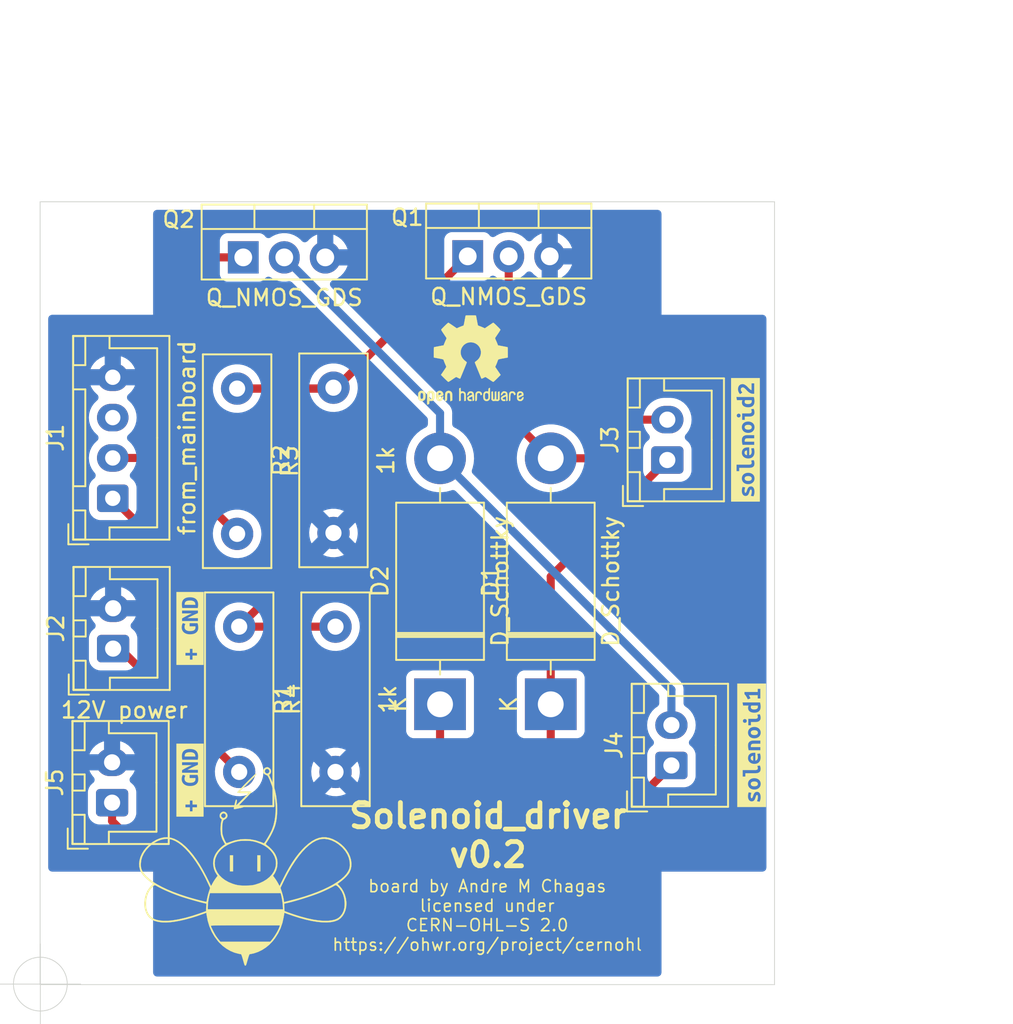
<source format=kicad_pcb>
(kicad_pcb (version 20211014) (generator pcbnew)
  (layers (0 "F.Cu" signal) (31 "B.Cu" signal) (34 "B.Paste" user) (35 "F.Paste" user) (36 "B.SilkS" user "B.Silkscreen") (37 "F.SilkS" user "F.Silkscreen") (38 "B.Mask" user) (39 "F.Mask" user) (44 "Edge.Cuts" user))
  (net 0 "")
  (net 1 "GND")
  (net 2 "+5V")
  (net 3 "+12V")
  (net 4 "Net-(D1-Pad2)")
  (net 5 "Net-(D2-Pad2)")
  (net 6 "solenoid2")
  (net 7 "solenoid1")
  (net 8 "Net-(Q1-Pad1)")
  (net 9 "Net-(Q2-Pad1)")
  (footprint "MountingHole:MountingHole_3.2mm_M3_DIN965" (layer "F.Cu") (at 115.5 84)
    (fp_text reference "REF**" hide)
    (fp_text value "MountingHole_3.2mm_M3_DIN965" hide)
    (pad "" np_thru_hole circle locked (at 0 0) (size 3.2 3.2) (drill 3.2) (layers *.Cu *.Mask))
  )
  (footprint "MountingHole:MountingHole_3.2mm_M3_DIN965" (layer "F.Cu") (at 115.5 125.5)
    (fp_text reference "REF**" hide)
    (fp_text value "MountingHole_3.2mm_M3_DIN965" hide)
    (pad "" np_thru_hole circle locked (at 0 0) (size 3.2 3.2) (drill 3.2) (layers *.Cu *.Mask))
  )
  (footprint "MountingHole:MountingHole_3.2mm_M3_DIN965" (layer "F.Cu") (at 154 84)
    (fp_text reference "REF**" hide)
    (fp_text value "MountingHole_3.2mm_M3_DIN965" hide)
    (pad "" np_thru_hole circle locked (at 0 0) (size 3.2 3.2) (drill 3.2) (layers *.Cu *.Mask))
  )
  (footprint "MountingHole:MountingHole_3.2mm_M3_DIN965" (layer "F.Cu") (at 154 125.5)
    (fp_text reference "REF**" hide)
    (fp_text value "MountingHole_3.2mm_M3_DIN965" hide)
    (pad "" np_thru_hole circle locked (at 0 0) (size 3.2 3.2) (drill 3.2) (layers *.Cu *.Mask))
  )
  (footprint "Connector_JST:JST_XH_B4B-XH-A_1x04_P2.50mm_Vertical" (layer "F.Cu") (at 116.5 98.873 90)
    (fp_text reference "J1" (at 3.75 -3.55 90) (layer "F.SilkS"))
    (fp_text value "from_mainboard" (at 3.75 4.6 90) (layer "F.SilkS"))
    (pad "1" thru_hole roundrect locked (at 0 0 90) (size 1.7 1.95) (drill 0.95) (layers *.Cu *.Mask) (roundrect_rratio 0.1470588235) (net 7 "solenoid1"))
    (pad "2" thru_hole oval locked (at 2.5 0 90) (size 1.7 1.95) (drill 0.95) (layers *.Cu *.Mask) (net 6 "solenoid2"))
    (pad "3" thru_hole oval locked (at 5 0 90) (size 1.7 1.95) (drill 0.95) (layers *.Cu *.Mask) (net 2 "+5V"))
    (pad "4" thru_hole oval locked (at 7.5 0 90) (size 1.7 1.95) (drill 0.95) (layers *.Cu *.Mask) (net 1 "GND"))
  )
  (footprint "Resistor_THT:R_Box_L13.0mm_W4.0mm_P9.00mm" (layer "F.Cu") (at 130.302 115.824 90)
    (fp_text reference "R1" (at 4.5 -3.25 90) (layer "F.SilkS"))
    (fp_text value "1k" (at 4.5 3.25 90) (layer "F.SilkS"))
    (pad "1" thru_hole circle locked (at 0 0 90) (size 2 2) (drill 1) (layers *.Cu *.Mask) (net 1 "GND"))
    (pad "2" thru_hole circle locked (at 9 0 90) (size 2 2) (drill 1) (layers *.Cu *.Mask) (net 9 "Net-(Q2-Pad1)"))
  )
  (footprint "logo-beehive:logo-beehive-13_2х12_3mm" (layer "F.Cu") (at 124.714 121.666)
    (fp_text reference "G***" hide)
    (fp_text value "LOGO" hide)
  )
  (footprint "Symbol:OSHW-Logo2_7.3x6mm_SilkScreen" (layer "F.Cu") (at 138.684 90.297)
    (fp_text reference "REF**" hide)
    (fp_text value "OSHW-Logo2_7.3x6mm_SilkScreen" hide)
  )
  (footprint "Diode_THT:D_DO-201AD_P15.24mm_Horizontal" (layer "F.Cu") (at 143.637 111.633 90)
    (fp_text reference "D1" (at 7.62 -3.72 90) (layer "F.SilkS"))
    (fp_text value "D_Schottky" (at 7.62 3.72 90) (layer "F.SilkS"))
    (fp_text user "K" (at 0 -2.6 90) (layer "F.SilkS"))
    (pad "1" thru_hole rect locked (at 0 0 90) (size 3.2 3.2) (drill 1.6) (layers *.Cu *.Mask) (net 3 "+12V"))
    (pad "2" thru_hole oval locked (at 15.24 0 90) (size 3.2 3.2) (drill 1.6) (layers *.Cu *.Mask) (net 4 "Net-(D1-Pad2)"))
  )
  (footprint "Diode_THT:D_DO-201AD_P15.24mm_Horizontal" (layer "F.Cu") (at 136.779 111.633 90)
    (fp_text reference "D2" (at 7.62 -3.72 90) (layer "F.SilkS"))
    (fp_text value "D_Schottky" (at 7.62 3.72 90) (layer "F.SilkS"))
    (fp_text user "K" (at 0 -2.6 90) (layer "F.SilkS"))
    (pad "1" thru_hole rect locked (at 0 0 90) (size 3.2 3.2) (drill 1.6) (layers *.Cu *.Mask) (net 3 "+12V"))
    (pad "2" thru_hole oval locked (at 15.24 0 90) (size 3.2 3.2) (drill 1.6) (layers *.Cu *.Mask) (net 5 "Net-(D2-Pad2)"))
  )
  (footprint "Connector_JST:JST_XH_B2B-XH-A_1x02_P2.50mm_Vertical" (layer "F.Cu") (at 151.113 115.423 90)
    (fp_text reference "J4" (at 1.25 -3.55 90) (layer "F.SilkS"))
    (fp_text value "to_solenoid1" hide)
    (pad "1" thru_hole roundrect locked (at 0 0 90) (size 1.7 2) (drill 1) (layers *.Cu *.Mask) (roundrect_rratio 0.1470588235) (net 3 "+12V"))
    (pad "2" thru_hole oval locked (at 2.5 0 90) (size 1.7 2) (drill 1) (layers *.Cu *.Mask) (net 5 "Net-(D2-Pad2)"))
  )
  (footprint "Package_TO_SOT_THT:TO-220-3_Vertical" (layer "F.Cu") (at 138.4935 83.8835)
    (fp_text reference "Q1" (at -3.7465 -2.413) (layer "F.SilkS"))
    (fp_text value "Q_NMOS_GDS" (at 2.54 2.5) (layer "F.SilkS"))
    (pad "1" thru_hole rect locked (at 0 0) (size 1.905 2) (drill 1.1) (layers *.Cu *.Mask) (net 8 "Net-(Q1-Pad1)"))
    (pad "2" thru_hole oval locked (at 2.54 0) (size 1.905 2) (drill 1.1) (layers *.Cu *.Mask) (net 4 "Net-(D1-Pad2)"))
    (pad "3" thru_hole oval locked (at 5.08 0) (size 1.905 2) (drill 1.1) (layers *.Cu *.Mask) (net 1 "GND"))
  )
  (footprint "Package_TO_SOT_THT:TO-220-3_Vertical" (layer "F.Cu") (at 124.587 83.947)
    (fp_text reference "Q2" (at -4.0005 -2.3495) (layer "F.SilkS"))
    (fp_text value "Q_NMOS_GDS" (at 2.54 2.5) (layer "F.SilkS"))
    (pad "1" thru_hole rect locked (at 0 0) (size 1.905 2) (drill 1.1) (layers *.Cu *.Mask) (net 9 "Net-(Q2-Pad1)"))
    (pad "2" thru_hole oval locked (at 2.54 0) (size 1.905 2) (drill 1.1) (layers *.Cu *.Mask) (net 5 "Net-(D2-Pad2)"))
    (pad "3" thru_hole oval locked (at 5.08 0) (size 1.905 2) (drill 1.1) (layers *.Cu *.Mask) (net 1 "GND"))
  )
  (footprint "Resistor_THT:R_Box_L13.0mm_W4.0mm_P9.00mm" (layer "F.Cu") (at 130.175 101.02 90)
    (fp_text reference "R2" (at 4.5 -3.25 90) (layer "F.SilkS"))
    (fp_text value "1k" (at 4.5 3.25 90) (layer "F.SilkS"))
    (pad "1" thru_hole circle locked (at 0 0 90) (size 2 2) (drill 1) (layers *.Cu *.Mask) (net 1 "GND"))
    (pad "2" thru_hole circle locked (at 9 0 90) (size 2 2) (drill 1) (layers *.Cu *.Mask) (net 8 "Net-(Q1-Pad1)"))
  )
  (footprint "Connector_JST:JST_XH_B2B-XH-A_1x02_P2.50mm_Vertical" (layer "F.Cu") (at 116.5225 108.184 90)
    (fp_text reference "J2" (at 1.25 -3.55 90) (layer "F.SilkS"))
    (fp_text value "12V power" (at -3.81 0.6985 180) (layer "F.SilkS"))
    (pad "1" thru_hole roundrect locked (at 0 0 90) (size 1.7 2) (drill 1) (layers *.Cu *.Mask) (roundrect_rratio 0.1470588235) (net 3 "+12V"))
    (pad "2" thru_hole oval locked (at 2.5 0 90) (size 1.7 2) (drill 1) (layers *.Cu *.Mask) (net 1 "GND"))
  )
  (footprint "Connector_JST:JST_XH_B2B-XH-A_1x02_P2.50mm_Vertical" (layer "F.Cu") (at 150.859 96.5 90)
    (fp_text reference "J3" (at 1.25 -3.55 90) (layer "F.SilkS"))
    (fp_text value "to_solenoid2" hide)
    (pad "1" thru_hole roundrect locked (at 0 0 90) (size 1.7 2) (drill 1) (layers *.Cu *.Mask) (roundrect_rratio 0.1470588235) (net 3 "+12V"))
    (pad "2" thru_hole oval locked (at 2.5 0 90) (size 1.7 2) (drill 1) (layers *.Cu *.Mask) (net 4 "Net-(D1-Pad2)"))
  )
  (footprint "Resistor_THT:R_Box_L13.0mm_W4.0mm_P9.00mm" (layer "F.Cu") (at 124.333 106.824 -90)
    (fp_text reference "R4" (at 4.5 -3.25 90) (layer "F.SilkS"))
    (fp_text value "47")
    (pad "1" thru_hole circle (at 0 0 270) (size 2 2) (drill 1) (layers *.Cu *.Mask) (net 9 "Net-(Q2-Pad1)"))
    (pad "2" thru_hole circle (at 9 0 270) (size 2 2) (drill 1) (layers *.Cu *.Mask) (net 7 "solenoid1"))
  )
  (footprint "kibuzzard-63064EFA" (layer "F.Cu") (at 121.285 116.332 90)
    (fp_text reference "kibuzzard-63064EFA" hide)
    (fp_text value "G***" hide)
  )
  (footprint "Resistor_THT:R_Box_L13.0mm_W4.0mm_P9.00mm" (layer "F.Cu") (at 124.206 92.075 -90)
    (fp_text reference "R3" (at 4.5 -3.25 90) (layer "F.SilkS"))
    (fp_text value "47")
    (pad "1" thru_hole circle (at 0 0 270) (size 2 2) (drill 1) (layers *.Cu *.Mask) (net 8 "Net-(Q1-Pad1)"))
    (pad "2" thru_hole circle (at 9 0 270) (size 2 2) (drill 1) (layers *.Cu *.Mask) (net 6 "solenoid2"))
  )
  (footprint "kibuzzard-63064E8E" (layer "F.Cu") (at 155.702 95.25 90)
    (fp_text reference "kibuzzard-63064E8E" hide)
    (fp_text value "G***" hide)
  )
  (footprint "kibuzzard-63065932" (layer "F.Cu") (at 121.285 106.934 90)
    (fp_text reference "kibuzzard-63065932" hide)
    (fp_text value "G***" hide)
  )
  (footprint "Connector_JST:JST_XH_B2B-XH-A_1x02_P2.50mm_Vertical" (layer "F.Cu") (at 116.459 117.729 90)
    (fp_text reference "J5" (at 1.25 -3.55 90) (layer "F.SilkS"))
    (fp_text value "12V power")
    (pad "1" thru_hole roundrect (at 0 0 90) (size 1.7 2) (drill 1) (layers *.Cu *.Mask) (roundrect_rratio 0.147059) (net 3 "+12V"))
    (pad "2" thru_hole oval (at 2.5 0 90) (size 1.7 2) (drill 1) (layers *.Cu *.Mask) (net 1 "GND"))
  )
  (footprint "kibuzzard-63063C94" (layer "F.Cu") (at 156.083 114.173 90)
    (fp_text reference "kibuzzard-63063C94" hide)
    (fp_text value "G***" hide)
  )
  (gr_line (start 157.5 80.5) (end 157.5 129) (layer "Edge.Cuts") (width 0.05))
  (gr_line (start 112 129) (end 112 80.5) (layer "Edge.Cuts") (width 0.05))
  (gr_line (start 157.5 80.5) (end 112 80.5) (layer "Edge.Cuts") (width 0.05))
  (gr_line (start 157.5 129) (end 112 129) (layer "Edge.Cuts") (width 0.05))
  (gr_text "board by Andre M Chagas\nlicensed under\nCERN-OHL-S 2.0\nhttps://ohwr.org/project/cernohl" (at 139.7 124.714) (layer "F.SilkS") (effects (font (size 0.75 0.75) (thickness 0.1))))
  (gr_text "Solenoid_driver\nv0.2\n" (at 139.75 119.75) (layer "F.SilkS") (effects (font (size 1.5 1.5) (thickness 0.3))))
  (target plus (at 112.014 128.9685) (size 5) (width 0.05) (layer "Edge.Cuts"))
  (segment (start 139.7635 118.0465) (end 148.4895 118.0465) (width 0.5) (layer "F.Cu") (net 3))
  (segment (start 143.637 111.633) (end 143.637 103.722) (width 0.5) (layer "F.Cu") (net 3))
  (segment (start 143.637 103.722) (end 150.859 96.5) (width 0.5) (layer "F.Cu") (net 3))
  (segment (start 143.637 114.173) (end 143.637 111.633) (width 0.5) (layer "F.Cu") (net 3))
  (segment (start 116.459 118.872) (end 116.459 117.729) (width 0.5) (layer "F.Cu") (net 3))
  (segment (start 118.872 118.237) (end 118.872 110.109) (width 0.5) (layer "F.Cu") (net 3))
  (segment (start 122.809 121.031) (end 121.666 121.031) (width 0.5) (layer "F.Cu") (net 3))
  (segment (start 122.809 121.031) (end 118.618 121.031) (width 0.5) (layer "F.Cu") (net 3))
  (segment (start 138.049 119.761) (end 139.7635 118.0465) (width 0.5) (layer "F.Cu") (net 3))
  (segment (start 121.666 121.031) (end 118.872 118.237) (width 0.5) (layer "F.Cu") (net 3))
  (segment (start 136.779 121.031) (end 122.809 121.031) (width 0.5) (layer "F.Cu") (net 3))
  (segment (start 118.872 110.109) (end 116.947 108.184) (width 0.5) (layer "F.Cu") (net 3))
  (segment (start 116.947 108.184) (end 116.5225 108.184) (width 0.5) (layer "F.Cu") (net 3))
  (segment (start 136.779 114.427) (end 136.779 111.633) (width 0.5) (layer "F.Cu") (net 3))
  (segment (start 138.049 119.761) (end 136.779 121.031) (width 0.5) (layer "F.Cu") (net 3))
  (segment (start 148.4895 118.0465) (end 151.113 115.423) (width 0.5) (layer "F.Cu") (net 3))
  (segment (start 138.049 119.761) (end 138.049 115.697) (width 0.5) (layer "F.Cu") (net 3))
  (segment (start 139.7635 118.0465) (end 143.637 114.173) (width 0.5) (layer "F.Cu") (net 3))
  (segment (start 138.049 115.697) (end 136.779 114.427) (width 0.5) (layer "F.Cu") (net 3))
  (segment (start 118.618 121.031) (end 116.459 118.872) (width 0.5) (layer "F.Cu") (net 3))
  (segment (start 141.0335 93.7895) (end 143.637 96.393) (width 0.5) (layer "F.Cu") (net 4))
  (segment (start 141.0335 83.8835) (end 141.0335 93.7895) (width 0.5) (layer "F.Cu") (net 4))
  (segment (start 146.304 96.393) (end 148.697 94) (width 0.5) (layer "F.Cu") (net 4))
  (segment (start 143.637 96.393) (end 146.304 96.393) (width 0.5) (layer "F.Cu") (net 4))
  (segment (start 148.697 94) (end 150.859 94) (width 0.5) (layer "F.Cu") (net 4))
  (segment (start 136.779 96.393) (end 136.779 93.599) (width 0.5) (layer "B.Cu") (net 5))
  (segment (start 136.779 93.599) (end 127.127 83.947) (width 0.5) (layer "B.Cu") (net 5))
  (segment (start 136.779 96.393) (end 151.113 110.727) (width 0.5) (layer "B.Cu") (net 5))
  (segment (start 151.113 110.727) (end 151.113 112.923) (width 0.5) (layer "B.Cu") (net 5))
  (segment (start 119.504 96.373) (end 124.206 101.075) (width 0.5) (layer "F.Cu") (net 6))
  (segment (start 116.5 96.373) (end 119.504 96.373) (width 0.5) (layer "F.Cu") (net 6))
  (segment (start 121.031 103.404) (end 121.031 112.522) (width 0.5) (layer "F.Cu") (net 7))
  (segment (start 116.5 98.873) (end 121.031 103.404) (width 0.5) (layer "F.Cu") (net 7))
  (segment (start 121.031 112.522) (end 124.333 115.824) (width 0.5) (layer "F.Cu") (net 7))
  (segment (start 130.302 92.075) (end 138.4935 83.8835) (width 0.5) (layer "F.Cu") (net 8))
  (segment (start 124.206 92.075) (end 130.302 92.075) (width 0.5) (layer "F.Cu") (net 8))
  (segment (start 124.206 92.075) (end 130.12 92.075) (width 0.5) (layer "F.Cu") (net 8))
  (segment (start 130.12 92.075) (end 130.175 92.02) (width 0.5) (layer "F.Cu") (net 8))
  (segment (start 124.587 91.639) (end 124.206 92.02) (width 0.5) (layer "F.Cu") (net 8))
  (segment (start 124.333 106.824) (end 130.302 106.824) (width 0.5) (layer "F.Cu") (net 9))
  (segment (start 126.873 104.284) (end 126.873 98.425) (width 0.5) (layer "F.Cu") (net 9))
  (segment (start 122.936 83.947) (end 124.587 83.947) (width 0.5) (layer "F.Cu") (net 9))
  (segment (start 124.333 106.824) (end 126.873 104.284) (width 0.5) (layer "F.Cu") (net 9))
  (segment (start 120.904 85.979) (end 122.936 83.947) (width 0.5) (layer "F.Cu") (net 9))
  (segment (start 120.904 92.456) (end 120.904 85.979) (width 0.5) (layer "F.Cu") (net 9))
  (segment (start 130.247 106.807) (end 130.302 106.752) (width 0.5) (layer "F.Cu") (net 9))
  (segment (start 126.873 98.425) (end 120.904 92.456) (width 0.5) (layer "F.Cu") (net 9))
  (segment (start 124.46 84.074) (end 124.587 83.947) (width 0.5) (layer "B.Cu") (net 9))
  (zone (net 1) (net_name "GND") (layer "B.Cu") (connect_pads (clearance 0.5)) (min_thickness 0.5) (fill yes (thermal_gap 0.5) (thermal_bridge_width 1))
    (polygon (pts (xy 112.5 87.5) (xy 119 87.5) (xy 119 81) (xy 150.5 81) (xy 150.5 87.5) (xy 157 87.5) (xy 157 122) (xy 150.5 122) (xy 150.5 128.5) (xy 119 128.5) (xy 119 122) (xy 112.5 122)))
  )
)
</source>
